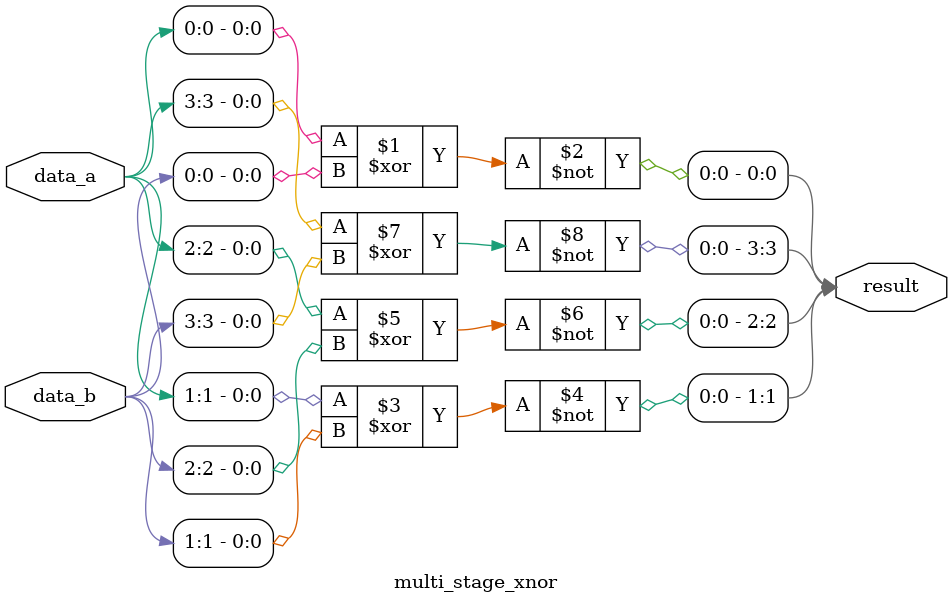
<source format=sv>
module multi_stage_xnor (data_a, data_b, result);
    input wire [3:0] data_a, data_b;
    output wire [3:0] result;

    assign result[0] = ~(data_a[0] ^ data_b[0]);
    assign result[1] = ~(data_a[1] ^ data_b[1]);
    assign result[2] = ~(data_a[2] ^ data_b[2]);
    assign result[3] = ~(data_a[3] ^ data_b[3]);
endmodule
</source>
